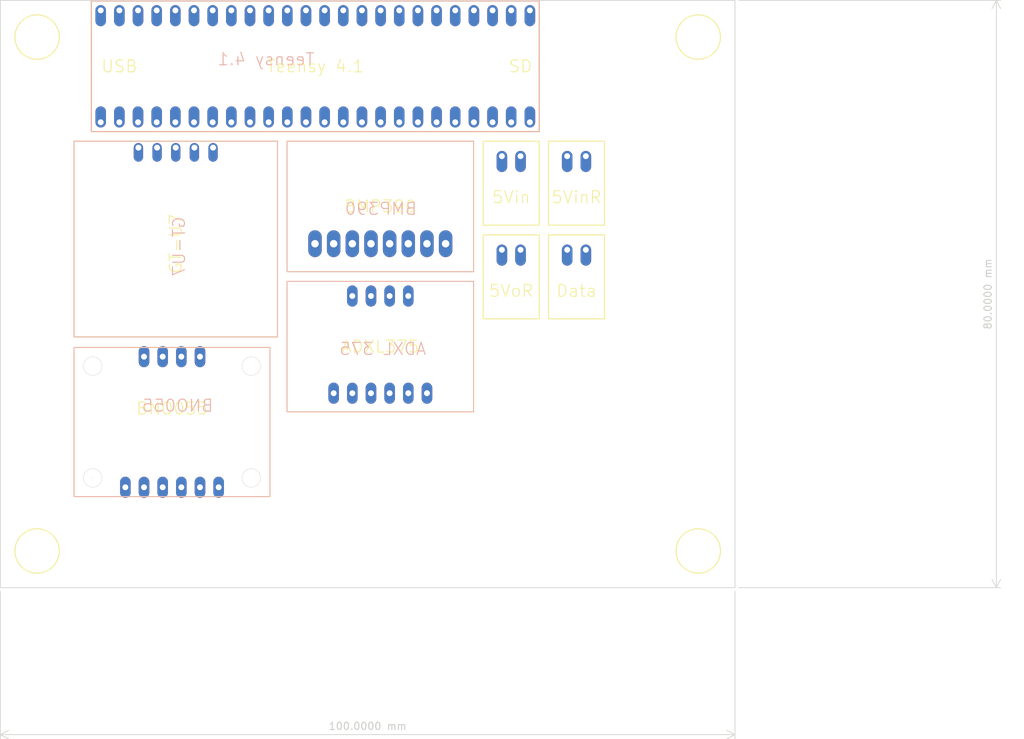
<source format=kicad_pcb>
(kicad_pcb (version 20221018) (generator pcbnew)
  (layers (0 "F.Cu" signal) (31 "B.Cu" signal) (34 "B.Paste" user) (35 "F.Paste" user) (36 "B.SilkS" user "B.Silkscreen") (37 "F.SilkS" user "F.Silkscreen") (38 "B.Mask" user) (39 "F.Mask" user) (44 "Edge.Cuts" user))
  (net 0 "")
  (net 1 "Net-(U$1-Pad0)")
  (net 5 "Net-(U$1-Pad3VA)")
  (net 6 "Net-(U$1-Pad3VB)")
  (net 9 "Net-(U$1-5V)")
  (net 11 "Net-(U$1-Pad7)")
  (net 12 "Net-(U$1-Pad8)")
  (net 15 "Net-(U$1-Pad11)")
  (net 16 "Net-(U$2-SDO)")
  (net 17 "Net-(U$1-Pad13)")
  (net 20 "Net-(U$1-Pad16)")
  (net 21 "Net-(U$1-Pad17)")
  (net 32 "Net-(U$5-RFD_TX)")
  (net 33 "Net-(U$5-RFD_RX)")
  (net 41 "Net-(U$1-Pad37)")
  (footprint "Footprint.Shart:BMP390" (layer "F.Cu") (at 99.02 96.9591)
    (fp_text reference "U$2" hide)
    (fp_text value "BMP390" hide)
    (fp_text user "BMP390" (at 17.78 -7.62 unlocked) (layer "B.SilkS") (effects (font (size 1.63576 1.63576) (thickness 0.14224)) (justify left bottom mirror)))
    (fp_text user "BMP390" (at 12.7 -8.89) (layer "F.SilkS") (effects (font (size 1.63576 1.63576) (thickness 0.14224))))
    (fp_line (start 0 -17.78) (end 0 0) (stroke (width 0.127)) (layer "B.SilkS"))
    (fp_line (start 0 0) (end 25.4 0) (stroke (width 0.127)) (layer "B.SilkS"))
    (fp_line (start 25.4 -17.78) (end 0 -17.78) (stroke (width 0.127)) (layer "B.SilkS"))
    (fp_line (start 25.4 0) (end 25.4 -17.78) (stroke (width 0.127)) (layer "B.SilkS"))
    (fp_line (start 0 -17.78) (end 0 0) (stroke (width 0.127)) (layer "F.SilkS"))
    (fp_line (start 0 0) (end 25.4 0) (stroke (width 0.127)) (layer "F.SilkS"))
    (fp_line (start 25.4 -17.78) (end 0 -17.78) (stroke (width 0.127)) (layer "F.SilkS"))
    (fp_line (start 25.4 0) (end 25.4 -17.78) (stroke (width 0.127)) (layer "F.SilkS"))
    (pad "" np_thru_hole circle (at 2.54 -15.24) (size 2.54 2.54) (drill 2.54) (layers "F&B.Cu" "*.Mask"))
    (pad "" np_thru_hole circle (at 22.86 -15.24) (size 2.54 2.54) (drill 2.54) (layers "F&B.Cu" "*.Mask"))
    (pad "3V0" thru_hole oval (at 6.35 -3.81 90) (size 3.6576 1.8288) (drill 1.016) (layers "*.Cu" "*.Mask"))
    (pad "CS" thru_hole oval (at 19.05 -3.81 90) (size 3.6576 1.8288) (drill 1.016) (layers "*.Cu" "*.Mask") (net 1 "Net-(U$1-Pad0)"))
    (pad "GND" thru_hole oval (at 8.89 -3.81 90) (size 3.6576 1.8288) (drill 1.016) (layers "*.Cu" "*.Mask"))
    (pad "INT" thru_hole oval (at 21.59 -3.81 90) (size 3.6576 1.8288) (drill 1.016) (layers "*.Cu" "*.Mask"))
    (pad "SCL" thru_hole oval (at 11.43 -3.81 90) (size 3.6576 1.8288) (drill 1.016) (layers "*.Cu" "*.Mask") (net 17 "Net-(U$1-Pad13)"))
    (pad "SDA" thru_hole oval (at 16.51 -3.81 90) (size 3.6576 1.8288) (drill 1.016) (layers "*.Cu" "*.Mask") (net 15 "Net-(U$1-Pad11)"))
    (pad "SDC" thru_hole oval (at 13.97 -3.81 90) (size 3.6576 1.8288) (drill 1.016) (layers "*.Cu" "*.Mask") (net 16 "Net-(U$2-SDO)"))
    (pad "VIN" thru_hole oval (at 3.81 -3.81 90) (size 3.6576 1.8288) (drill 1.016) (layers "*.Cu" "*.Mask") (net 6 "Net-(U$1-Pad3VB)"))
  )
  (footprint "Footprint.Shart:CUSTOM_RADIO_INTERFACE" (layer "F.Cu") (at 125.73 103.378)
    (fp_text reference "U$5" hide)
    (fp_text value "CUSTOM_RADIO_INTERFACE" hide)
    (fp_text user "Data" (at 12.7 -3.81) (layer "F.SilkS") (effects (font (size 1.63576 1.63576) (thickness 0.14224))))
    (fp_text user "5VoR" (at 3.81 -3.81) (layer "F.SilkS") (effects (font (size 1.63576 1.63576) (thickness 0.14224))))
    (fp_line (start 0 -11.43) (end 0 0) (stroke (width 0.1524)) (layer "F.SilkS"))
    (fp_line (start 0 0) (end 7.62 0) (stroke (width 0.1524)) (layer "F.SilkS"))
    (fp_line (start 7.62 -11.43) (end 0 -11.43) (stroke (width 0.1524)) (layer "F.SilkS"))
    (fp_line (start 7.62 0) (end 7.62 -11.43) (stroke (width 0.1524)) (layer "F.SilkS"))
    (fp_line (start 8.89 -11.43) (end 8.89 0) (stroke (width 0.1524)) (layer "F.SilkS"))
    (fp_line (start 8.89 0) (end 16.51 0) (stroke (width 0.1524)) (layer "F.SilkS"))
    (fp_line (start 16.51 -11.43) (end 8.89 -11.43) (stroke (width 0.1524)) (layer "F.SilkS"))
    (fp_line (start 16.51 0) (end 16.51 -11.43) (stroke (width 0.1524)) (layer "F.SilkS"))
    (pad "5V" thru_hole oval (at 5.08 -9.398 270) (size 2.88 1.44) (drill 0.8 (offset 0.72 0)) (layers "*.Cu" "*.Mask"))
    (pad "GND" thru_hole oval (at 2.54 -9.398 270) (size 2.88 1.44) (drill 0.8 (offset 0.72 0)) (layers "*.Cu" "*.Mask"))
    (pad "RX" thru_hole oval (at 13.97 -9.398 270) (size 2.88 1.44) (drill 0.8 (offset 0.72 0)) (layers "*.Cu" "*.Mask") (net 33 "Net-(U$5-RFD_RX)"))
    (pad "TX" thru_hole oval (at 11.43 -9.398 270) (size 2.88 1.44) (drill 0.8 (offset 0.72 0)) (layers "*.Cu" "*.Mask") (net 32 "Net-(U$5-RFD_TX)"))
  )
  (footprint "Footprint.Shart:CUSTOM_TEENSY4.1" (layer "F.Cu") (at 72.39 77.8718)
    (fp_text reference "U$1" hide)
    (fp_text value "CUSTOM_TEENSY4.1" hide)
    (fp_text user "Teensy 4.1" (at 30.48 -8.89 unlocked) (layer "B.SilkS") (effects (font (size 1.63576 1.63576) (thickness 0.14224)) (justify left bottom mirror)))
    (fp_text user "USB" (at 3.81 -8.89) (layer "F.SilkS") (effects (font (size 1.63576 1.63576) (thickness 0.14224))))
    (fp_text user "SD" (at 58.42 -8.89) (layer "F.SilkS") (effects (font (size 1.63576 1.63576) (thickness 0.14224))))
    (fp_text user "Teensy 4.1" (at 30.48 -8.89) (layer "F.SilkS") (effects (font (size 1.63576 1.63576) (thickness 0.14224))))
    (fp_line (start 0 -17.78) (end 0 0) (stroke (width 0.1524)) (layer "B.SilkS"))
    (fp_line (start 0 0) (end 60.96 0) (stroke (width 0.1524)) (layer "B.SilkS"))
    (fp_line (start 60.96 -17.78) (end 0 -17.78) (stroke (width 0.1524)) (layer "B.SilkS"))
    (fp_line (start 60.96 0) (end 60.96 -17.78) (stroke (width 0.1524)) (layer "B.SilkS"))
    (fp_line (start 0 -17.78) (end 0 0) (stroke (width 0.1524)) (layer "F.SilkS"))
    (fp_line (start 0 0) (end 60.96 0) (stroke (width 0.1524)) (layer "F.SilkS"))
    (fp_line (start 60.96 -17.78) (end 0 -17.78) (stroke (width 0.1524)) (layer "F.SilkS"))
    (fp_line (start 60.96 0) (end 60.96 -17.78) (stroke (width 0.1524)) (layer "F.SilkS"))
    (pad "0" thru_hole oval (at 3.81 -1.27 90) (size 2.88 1.44) (drill 0.8 (offset 0.72 0)) (layers "*.Cu" "*.Mask") (net 1 "Net-(U$1-Pad0)"))
    (pad "1" thru_hole oval (at 6.35 -1.27 90) (size 2.88 1.44) (drill 0.8 (offset 0.72 0)) (layers "*.Cu" "*.Mask"))
    (pad "2" thru_hole oval (at 8.89 -1.27 90) (size 2.88 1.44) (drill 0.8 (offset 0.72 0)) (layers "*.Cu" "*.Mask"))
    (pad "3" thru_hole oval (at 11.43 -1.27 90) (size 2.88 1.44) (drill 0.8 (offset 0.72 0)) (layers "*.Cu" "*.Mask"))
    (pad "3VA" thru_hole oval (at 36.83 -1.27 90) (size 2.88 1.44) (drill 0.8 (offset 0.72 0)) (layers "*.Cu" "*.Mask") (net 5 "Net-(U$1-Pad3VA)"))
    (pad "3VB" thru_hole oval (at 6.35 -16.51 270) (size 2.88 1.44) (drill 0.8 (offset 0.72 0)) (layers "*.Cu" "*.Mask") (net 6 "Net-(U$1-Pad3VB)"))
    (pad "4" thru_hole oval (at 13.97 -1.27 90) (size 2.88 1.44) (drill 0.8 (offset 0.72 0)) (layers "*.Cu" "*.Mask"))
    (pad "5" thru_hole oval (at 16.51 -1.27 90) (size 2.88 1.44) (drill 0.8 (offset 0.72 0)) (layers "*.Cu" "*.Mask"))
    (pad "5VA" thru_hole oval (at 1.27 -16.51 270) (size 2.88 1.44) (drill 0.8 (offset 0.72 0)) (layers "*.Cu" "*.Mask") (net 9 "Net-(U$1-5V)"))
    (pad "6" thru_hole oval (at 19.05 -1.27 90) (size 2.88 1.44) (drill 0.8 (offset 0.72 0)) (layers "*.Cu" "*.Mask"))
    (pad "7" thru_hole oval (at 21.59 -1.27 90) (size 2.88 1.44) (drill 0.8 (offset 0.72 0)) (layers "*.Cu" "*.Mask") (net 11 "Net-(U$1-Pad7)"))
    (pad "8" thru_hole oval (at 24.13 -1.27 90) (size 2.88 1.44) (drill 0.8 (offset 0.72 0)) (layers "*.Cu" "*.Mask") (net 12 "Net-(U$1-Pad8)"))
    (pad "9" thru_hole oval (at 26.67 -1.27 90) (size 2.88 1.44) (drill 0.8 (offset 0.72 0)) (layers "*.Cu" "*.Mask"))
    (pad "10" thru_hole oval (at 29.21 -1.27 90) (size 2.88 1.44) (drill 0.8 (offset 0.72 0)) (layers "*.Cu" "*.Mask"))
    (pad "11" thru_hole oval (at 31.75 -1.27 90) (size 2.88 1.44) (drill 0.8 (offset 0.72 0)) (layers "*.Cu" "*.Mask") (net 15 "Net-(U$1-Pad11)"))
    (pad "12" thru_hole oval (at 34.29 -1.27 90) (size 2.88 1.44) (drill 0.8 (offset 0.72 0)) (layers "*.Cu" "*.Mask") (net 16 "Net-(U$2-SDO)"))
    (pad "13" thru_hole oval (at 34.29 -16.51 270) (size 2.88 1.44) (drill 0.8 (offset 0.72 0)) (layers "*.Cu" "*.Mask") (net 17 "Net-(U$1-Pad13)"))
    (pad "14" thru_hole oval (at 31.75 -16.51 270) (size 2.88 1.44) (drill 0.8 (offset 0.72 0)) (layers "*.Cu" "*.Mask"))
    (pad "15" thru_hole oval (at 29.21 -16.51 270) (size 2.88 1.44) (drill 0.8 (offset 0.72 0)) (layers "*.Cu" "*.Mask"))
    (pad "16" thru_hole oval (at 26.67 -16.51 270) (size 2.88 1.44) (drill 0.8 (offset 0.72 0)) (layers "*.Cu" "*.Mask") (net 20 "Net-(U$1-Pad16)"))
    (pad "17" thru_hole oval (at 24.13 -16.51 270) (size 2.88 1.44) (drill 0.8 (offset 0.72 0)) (layers "*.Cu" "*.Mask") (net 21 "Net-(U$1-Pad17)"))
    (pad "18" thru_hole oval (at 21.59 -16.51 270) (size 2.88 1.44) (drill 0.8 (offset 0.72 0)) (layers "*.Cu" "*.Mask"))
    (pad "19" thru_hole oval (at 19.05 -16.51 270) (size 2.88 1.44) (drill 0.8 (offset 0.72 0)) (layers "*.Cu" "*.Mask"))
    (pad "20" thru_hole oval (at 16.51 -16.51 270) (size 2.88 1.44) (drill 0.8 (offset 0.72 0)) (layers "*.Cu" "*.Mask"))
    (pad "21" thru_hole oval (at 13.97 -16.51 270) (size 2.88 1.44) (drill 0.8 (offset 0.72 0)) (layers "*.Cu" "*.Mask"))
    (pad "22" thru_hole oval (at 11.43 -16.51 270) (size 2.88 1.44) (drill 0.8 (offset 0.72 0)) (layers "*.Cu" "*.Mask"))
    (pad "23" thru_hole oval (at 8.89 -16.51 270) (size 2.88 1.44) (drill 0.8 (offset 0.72 0)) (layers "*.Cu" "*.Mask"))
    (pad "24" thru_hole oval (at 39.37 -1.27 90) (size 2.88 1.44) (drill 0.8 (offset 0.72 0)) (layers "*.Cu" "*.Mask"))
    (pad "25" thru_hole oval (at 41.91 -1.27 90) (size 2.88 1.44) (drill 0.8 (offset 0.72 0)) (layers "*.Cu" "*.Mask"))
    (pad "26" thru_hole oval (at 44.45 -1.27 90) (size 2.88 1.44) (drill 0.8 (offset 0.72 0)) (layers "*.Cu" "*.Mask"))
    (pad "27" thru_hole oval (at 46.99 -1.27 90) (size 2.88 1.44) (drill 0.8 (offset 0.72 0)) (layers "*.Cu" "*.Mask"))
    (pad "28" thru_hole oval (at 49.53 -1.27 90) (size 2.88 1.44) (drill 0.8 (offset 0.72 0)) (layers "*.Cu" "*.Mask") (net 32 "Net-(U$5-RFD_TX)"))
    (pad "29" thru_hole oval (at 52.07 -1.27 90) (size 2.88 1.44) (drill 0.8 (offset 0.72 0)) (layers "*.Cu" "*.Mask") (net 33 "Net-(U$5-RFD_RX)"))
    (pad "30" thru_hole oval (at 54.61 -1.27 90) (size 2.88 1.44) (drill 0.8 (offset 0.72 0)) (layers "*.Cu" "*.Mask"))
    (pad "31" thru_hole oval (at 57.15 -1.27 90) (size 2.88 1.44) (drill 0.8 (offset 0.72 0)) (layers "*.Cu" "*.Mask"))
    (pad "32" thru_hole oval (at 59.69 -1.27 90) (size 2.88 1.44) (drill 0.8 (offset 0.72 0)) (layers "*.Cu" "*.Mask"))
    (pad "33" thru_hole oval (at 59.69 -16.51 270) (size 2.88 1.44) (drill 0.8 (offset 0.72 0)) (layers "*.Cu" "*.Mask"))
    (pad "34" thru_hole oval (at 57.15 -16.51 270) (size 2.88 1.44) (drill 0.8 (offset 0.72 0)) (layers "*.Cu" "*.Mask"))
    (pad "35" thru_hole oval (at 54.61 -16.51 270) (size 2.88 1.44) (drill 0.8 (offset 0.72 0)) (layers "*.Cu" "*.Mask"))
    (pad "36" thru_hole oval (at 52.07 -16.51 270) (size 2.88 1.44) (drill 0.8 (offset 0.72 0)) (layers "*.Cu" "*.Mask"))
    (pad "37" thru_hole oval (at 49.53 -16.51 270) (size 2.88 1.44) (drill 0.8 (offset 0.72 0)) (layers "*.Cu" "*.Mask") (net 41 "Net-(U$1-Pad37)"))
    (pad "38" thru_hole oval (at 46.99 -16.51 270) (size 2.88 1.44) (drill 0.8 (offset 0.72 0)) (layers "*.Cu" "*.Mask"))
    (pad "39" thru_hole oval (at 44.45 -16.51 270) (size 2.88 1.44) (drill 0.8 (offset 0.72 0)) (layers "*.Cu" "*.Mask"))
    (pad "40" thru_hole oval (at 41.91 -16.51 270) (size 2.88 1.44) (drill 0.8 (offset 0.72 0)) (layers "*.Cu" "*.Mask"))
    (pad "41" thru_hole oval (at 39.37 -16.51 270) (size 2.88 1.44) (drill 0.8 (offset 0.72 0)) (layers "*.Cu" "*.Mask"))
    (pad "GNDA" thru_hole oval (at 1.27 -1.27 90) (size 2.88 1.44) (drill 0.8 (offset 0.72 0)) (layers "*.Cu" "*.Mask"))
    (pad "GNDB" thru_hole oval (at 3.81 -16.51 270) (size 2.88 1.44) (drill 0.8 (offset 0.72 0)) (layers "*.Cu" "*.Mask"))
    (pad "GNDC" thru_hole oval (at 36.83 -16.51 270) (size 2.88 1.44) (drill 0.8 (offset 0.72 0)) (layers "*.Cu" "*.Mask"))
  )
  (footprint "" (layer "F.Cu") (at 155 65)
    (fp_text reference "@HOLE1" hide)
    (fp_text value "" (at 0 0) (layer "F.SilkS") (effects (font (size 1.27 1.27))))
    (pad "" np_thru_hole circle (at 0 0) (size 3.81 3.81) (drill 3.81) (layers "F&B.Cu" "*.Mask"))
  )
  (footprint "Footprint.Shart:GT-U7" (layer "F.Cu") (at 70.03 105.8491)
    (fp_text reference "U$6" hide)
    (fp_text value "GT-U7" hide)
    (fp_text user "GT-U7" (at 15.24 -16.51 90 unlocked) (layer "B.SilkS") (effects (font (size 1.63576 1.63576) (thickness 0.14224)) (justify left bottom mirror)))
    (fp_text user "GT-U7" (at 13.843 -12.7 -90) (layer "F.SilkS") (effects (font (size 1.63576 1.63576) (thickness 0.14224))))
    (fp_line (start 0 -26.67) (end 27.686 -26.67) (stroke (width 0.127)) (layer "B.SilkS"))
    (fp_line (start 0 0) (end 0 -26.67) (stroke (width 0.127)) (layer "B.SilkS"))
    (fp_line (start 27.686 -26.67) (end 27.686 0) (stroke (width 0.127)) (layer "B.SilkS"))
    (fp_line (start 27.686 0) (end 0 0) (stroke (width 0.127)) (layer "B.SilkS"))
    (fp_line (start 0 -26.67) (end 27.686 -26.67) (stroke (width 0.127)) (layer "F.SilkS"))
    (fp_line (start 0 0) (end 0 -26.67) (stroke (width 0.127)) (layer "F.SilkS"))
    (fp_line (start 27.686 -26.67) (end 27.686 0) (stroke (width 0.127)) (layer "F.SilkS"))
    (fp_line (start 27.686 0) (end 0 0) (stroke (width 0.127)) (layer "F.SilkS"))
    (pad "" np_thru_hole circle (at 3.81 -3.81) (size 3.81 3.81) (drill 3.81) (layers "*.Cu" "*.Mask"))
    (pad "GND" thru_hole oval (at 11.303 -25.781 270) (size 2.54 1.27) (drill 0.8 (offset 0.635 0)) (layers "*.Cu" "*.Mask"))
    (pad "RX" thru_hole oval (at 13.843 -25.781 270) (size 2.54 1.27) (drill 0.8 (offset 0.635 0)) (layers "*.Cu" "*.Mask") (net 12 "Net-(U$1-Pad8)"))
    (pad "TX" thru_hole oval (at 16.383 -25.781 270) (size 2.54 1.27) (drill 0.8 (offset 0.635 0)) (layers "*.Cu" "*.Mask") (net 11 "Net-(U$1-Pad7)"))
    (pad "U" thru_hole oval (at 18.923 -25.781 270) (size 2.54 1.27) (drill 0.8 (offset 0.635 0)) (layers "*.Cu" "*.Mask"))
    (pad "VCC" thru_hole oval (at 8.763 -25.781 270) (size 2.54 1.27) (drill 0.8 (offset 0.635 0)) (layers "*.Cu" "*.Mask") (net 9 "Net-(U$1-5V)"))
  )
  (footprint "" (layer "F.Cu") (at 155 135)
    (fp_text reference "@HOLE1" hide)
    (fp_text value "" (at 0 0) (layer "F.SilkS") (effects (font (size 1.27 1.27))))
    (pad "" np_thru_hole circle (at 0 0) (size 3.81 3.81) (drill 3.81) (layers "F&B.Cu" "*.Mask"))
  )
  (footprint "Footprint.Shart:BNO055" (layer "F.Cu") (at 70.03 127.5956)
    (fp_text reference "U$3" hide)
    (fp_text value "BNO055" hide)
    (fp_text user "BNO055" (at 19.05 -11.43 unlocked) (layer "B.SilkS") (effects (font (size 1.63576 1.63576) (thickness 0.14224)) (justify left bottom mirror)))
    (fp_text user "BNO055" (at 13.335 -12) (layer "F.SilkS") (effects (font (size 1.63576 1.63576) (thickness 0.14224))))
    (fp_line (start 0 -20.32) (end 0 0) (stroke (width 0.127)) (layer "B.SilkS"))
    (fp_line (start 0 0) (end 26.67 0) (stroke (width 0.127)) (layer "B.SilkS"))
    (fp_line (start 26.67 -20.32) (end 0 -20.32) (stroke (width 0.127)) (layer "B.SilkS"))
    (fp_line (start 26.67 0) (end 26.67 -20.32) (stroke (width 0.127)) (layer "B.SilkS"))
    (fp_line (start 0 -20.32) (end 0 0) (stroke (width 0.127)) (layer "F.SilkS"))
    (fp_line (start 0 0) (end 26.67 0) (stroke (width 0.127)) (layer "F.SilkS"))
    (fp_line (start 26.67 -20.32) (end 0 -20.32) (stroke (width 0.127)) (layer "F.SilkS"))
    (fp_line (start 26.67 0) (end 26.67 -20.32) (stroke (width 0.127)) (layer "F.SilkS"))
    (fp_circle (center 2.54 -17.78) (end 3.81 -17.78) (stroke (width 0.05)) (fill none) (layer "Edge.Cuts"))
    (fp_circle (center 2.54 -2.54) (end 2.540001 -2.54) (stroke (width 0.05)) (fill none) (layer "Edge.Cuts"))
    (fp_circle (center 2.54 -2.54) (end 3.81 -2.54) (stroke (width 0.05)) (fill none) (layer "Edge.Cuts"))
    (fp_circle (center 24.13 -17.78) (end 25.4 -17.78) (stroke (width 0.05)) (fill none) (layer "Edge.Cuts"))
    (fp_circle (center 24.13 -2.54) (end 25.4 -2.54) (stroke (width 0.05)) (fill none) (layer "Edge.Cuts"))
    (pad "3VO" thru_hole oval (at 9.525 -1.27 270) (size 2.88 1.44) (drill 0.8) (layers "*.Cu" "*.Mask"))
    (pad "ADR" thru_hole oval (at 17.145 -19.06 90) (size 2.88 1.44) (drill 0.8) (layers "*.Cu" "*.Mask"))
    (pad "GND" thru_hole oval (at 12.065 -1.27 90) (size 2.88 1.44) (drill 0.8) (layers "*.Cu" "*.Mask"))
    (pad "INT" thru_hole oval (at 14.605 -19.06 90) (size 2.88 1.44) (drill 0.8) (layers "*.Cu" "*.Mask"))
    (pad "PS0" thru_hole oval (at 9.525 -19.06 90) (size 2.88 1.44) (drill 0.8) (layers "*.Cu" "*.Mask"))
    (pad "PS1" thru_hole oval (at 12.065 -19.06 90) (size 2.88 1.44) (drill 0.8) (layers "*.Cu" "*.Mask"))
    (pad "RST" thru_hole oval (at 19.685 -1.27 90) (size 2.88 1.44) (drill 0.8) (layers "*.Cu" "*.Mask"))
    (pad "SCL" thru_hole oval (at 17.145 -1.27 90) (size 2.88 1.44) (drill 0.8) (layers "*.Cu" "*.Mask") (net 20 "Net-(U$1-Pad16)"))
    (pad "SDA" thru_hole oval (at 14.605 -1.27 90) (size 2.88 1.44) (drill 0.8) (layers "*.Cu" "*.Mask") (net 21 "Net-(U$1-Pad17)"))
    (pad "VIN" thru_hole oval (at 6.985 -1.27 90) (size 2.88 1.44) (drill 0.8) (layers "*.Cu" "*.Mask") (net 9 "Net-(U$1-5V)"))
  )
  (footprint "" (layer "F.Cu") (at 65 135)
    (fp_text reference "@HOLE1" hide)
    (fp_text value "" (at 0 0) (layer "F.SilkS") (effects (font (size 1.27 1.27))))
    (pad "" np_thru_hole circle (at 0 0) (size 3.81 3.81) (drill 3.81) (layers "F&B.Cu" "*.Mask"))
  )
  (footprint "" (layer "F.Cu") (at 65 65)
    (fp_text reference "@HOLE1" hide)
    (fp_text value "" (at 0 0) (layer "F.SilkS") (effects (font (size 1.27 1.27))))
    (pad "" np_thru_hole circle (at 0 0) (size 3.81 3.81) (drill 3.81) (layers "F&B.Cu" "*.Mask"))
  )
  (footprint "Footprint.Shart:CUSTOM_POWER_INPUT" (layer "F.Cu") (at 125.73 90.6218)
    (fp_text reference "U$4" hide)
    (fp_text value "CUSTOM_POWER_INPUT" hide)
    (fp_text user "5Vin" (at 3.81 -3.81) (layer "F.SilkS") (effects (font (size 1.63576 1.63576) (thickness 0.14224))))
    (fp_text user "5VinR" (at 12.7 -3.81) (layer "F.SilkS") (effects (font (size 1.63576 1.63576) (thickness 0.14224))))
    (fp_line (start 0 -11.43) (end 0 0) (stroke (width 0.1524)) (layer "F.SilkS"))
    (fp_line (start 0 0) (end 7.62 0) (stroke (width 0.1524)) (layer "F.SilkS"))
    (fp_line (start 7.62 -11.43) (end 0 -11.43) (stroke (width 0.1524)) (layer "F.SilkS"))
    (fp_line (start 7.62 0) (end 7.62 -11.43) (stroke (width 0.1524)) (layer "F.SilkS"))
    (fp_line (start 8.89 -11.43) (end 8.89 0) (stroke (width 0.1524)) (layer "F.SilkS"))
    (fp_line (start 8.89 0) (end 16.51 0) (stroke (width 0.1524)) (layer "F.SilkS"))
    (fp_line (start 16.51 -11.43) (end 8.89 -11.43) (stroke (width 0.1524)) (layer "F.SilkS"))
    (fp_line (start 16.51 0) (end 16.51 -11.43) (stroke (width 0.1524)) (layer "F.SilkS"))
    (pad "5V" thru_hole oval (at 5.08 -9.398 270) (size 2.88 1.44) (drill 0.8 (offset 0.72 0)) (layers "*.Cu" "*.Mask"))
    (pad "GND" thru_hole oval (at 2.54 -9.398 270) (size 2.88 1.44) (drill 0.8 (offset 0.72 0)) (layers "*.Cu" "*.Mask"))
    (pad "RFD_5V" thru_hole oval (at 13.97 -9.398 270) (size 2.88 1.44) (drill 0.8 (offset 0.72 0)) (layers "*.Cu" "*.Mask") (net 9 "Net-(U$1-5V)"))
    (pad "RFD_GND" thru_hole oval (at 11.43 -9.398 270) (size 2.88 1.44) (drill 0.8 (offset 0.72 0)) (layers "*.Cu" "*.Mask"))
  )
  (footprint "Footprint.Shart:ADXL375" (layer "F.Cu") (at 99.02 116.0526)
    (fp_text reference "U$7" hide)
    (fp_text value "ADXL375" hide)
    (fp_text user "ADXL 375" (at 19.05 -7.62 unlocked) (layer "B.SilkS") (effects (font (size 1.63576 1.63576) (thickness 0.14224)) (justify left bottom mirror)))
    (fp_text user "ADXL375" (at 12.7 -8.89) (layer "F.SilkS") (effects (font (size 1.63576 1.63576) (thickness 0.14224))))
    (fp_line (start 0 0) (end 0 -17.78) (stroke (width 0.127)) (layer "B.SilkS"))
    (fp_line (start 0 0) (end 25.4 0) (stroke (width 0.127)) (layer "B.SilkS"))
    (fp_line (start 25.4 -17.78) (end 0 -17.78) (stroke (width 0.127)) (layer "B.SilkS"))
    (fp_line (start 25.4 0) (end 25.4 -17.78) (stroke (width 0.127)) (layer "B.SilkS"))
    (fp_line (start 0 0) (end 0 -17.78) (stroke (width 0.127)) (layer "F.SilkS"))
    (fp_line (start 0 0) (end 25.4 0) (stroke (width 0.127)) (layer "F.SilkS"))
    (fp_line (start 25.4 -17.78) (end 0 -17.78) (stroke (width 0.127)) (layer "F.SilkS"))
    (fp_line (start 25.4 0) (end 25.4 -17.78) (stroke (width 0.127)) (layer "F.SilkS"))
    (pad "" np_thru_hole circle (at 2.54 -15.24) (size 2.54 2.54) (drill 2.54) (layers "F&B.Cu" "*.Mask"))
    (pad "" np_thru_hole circle (at 2.54 -2.54) (size 2.54 2.54) (drill 2.54) (layers "F&B.Cu" "*.Mask"))
    (pad "" np_thru_hole circle (at 22.86 -15.24) (size 2.54 2.54) (drill 2.54) (layers "F&B.Cu" "*.Mask"))
    (pad "" np_thru_hole circle (at 22.86 -2.54) (size 2.54 2.54) (drill 2.54) (layers "F&B.Cu" "*.Mask"))
    (pad "3V" thru_hole oval (at 8.89 -2.54 90) (size 2.88 1.44) (drill 0.8) (layers "*.Cu" "*.Mask"))
    (pad "CS" thru_hole oval (at 16.51 -15.78 90) (size 2.88 1.44) (drill 0.8) (layers "*.Cu" "*.Mask") (net 41 "Net-(U$1-Pad37)"))
    (pad "GND" thru_hole oval (at 8.89 -15.78 90) (size 2.88 1.44) (drill 0.8) (layers "*.Cu" "*.Mask"))
    (pad "GND" thru_hole oval (at 11.43 -2.54 90) (size 2.88 1.44) (drill 0.8) (layers "*.Cu" "*.Mask"))
    (pad "INT1" thru_hole oval (at 19.05 -2.54 90) (size 2.88 1.44) (drill 0.8) (layers "*.Cu" "*.Mask"))
    (pad "INT2" thru_hole oval (at 11.43 -15.78 90) (size 2.88 1.44) (drill 0.8) (layers "*.Cu" "*.Mask"))
    (pad "SCL" thru_hole oval (at 13.97 -2.54 90) (size 2.88 1.44) (drill 0.8) (layers "*.Cu" "*.Mask") (net 17 "Net-(U$1-Pad13)"))
    (pad "SDIO" thru_hole oval (at 16.51 -2.54 90) (size 2.88 1.44) (drill 0.8) (layers "*.Cu" "*.Mask") (net 15 "Net-(U$1-Pad11)"))
    (pad "SDO" thru_hole oval (at 13.97 -15.78 90) (size 2.88 1.44) (drill 0.8) (layers "*.Cu" "*.Mask") (net 16 "Net-(U$2-SDO)"))
    (pad "VIN" thru_hole oval (at 6.35 -2.54 90) (size 2.88 1.44) (drill 0.8) (layers "*.Cu" "*.Mask") (net 5 "Net-(U$1-Pad3VA)"))
  )
  (gr_circle (center 155 65) (end 158.023559 65) (stroke (width 0.1524)) (fill none) (layer "F.SilkS"))
  (gr_circle (center 155 135) (end 158.023559 135) (stroke (width 0.1524)) (fill none) (layer "F.SilkS"))
  (gr_circle (center 65 135) (end 68.023559 135) (stroke (width 0.1524)) (fill none) (layer "F.SilkS"))
  (gr_circle (center 65 65) (end 68.023559 65) (stroke (width 0.1524)) (fill none) (layer "F.SilkS"))
  (gr_rect (start 60 60) (end 160 140) (stroke (width 0.1)) (fill none) (layer "Edge.Cuts"))
  (dimension (type aligned) (layer "Edge.Cuts") (pts (xy 160 60) (xy 160 140)) (height -35.58) (gr_text "80.0000 mm" (at 194.43 100 90) (layer "Edge.Cuts") (effects (font (size 1 1) (thickness 0.15)))) (format (prefix "") (suffix "") (units 3) (units_format 1) (precision 4)) (style (thickness 0.1) (arrow_length 1.27) (text_position_mode 0) (extension_height 0.58642) (extension_offset 0.5) keep_text_aligned))
  (dimension (type aligned) (layer "Edge.Cuts") (pts (xy 160 140) (xy 60 140)) (height -20.02) (gr_text "100.0000 mm" (at 110 158.87) (layer "Edge.Cuts") (effects (font (size 1 1) (thickness 0.15)))) (format (prefix "") (suffix "") (units 3) (units_format 1) (precision 4)) (style (thickness 0.1) (arrow_length 1.27) (text_position_mode 0) (extension_height 0.58642) (extension_offset 0.5) keep_text_aligned))
)
</source>
